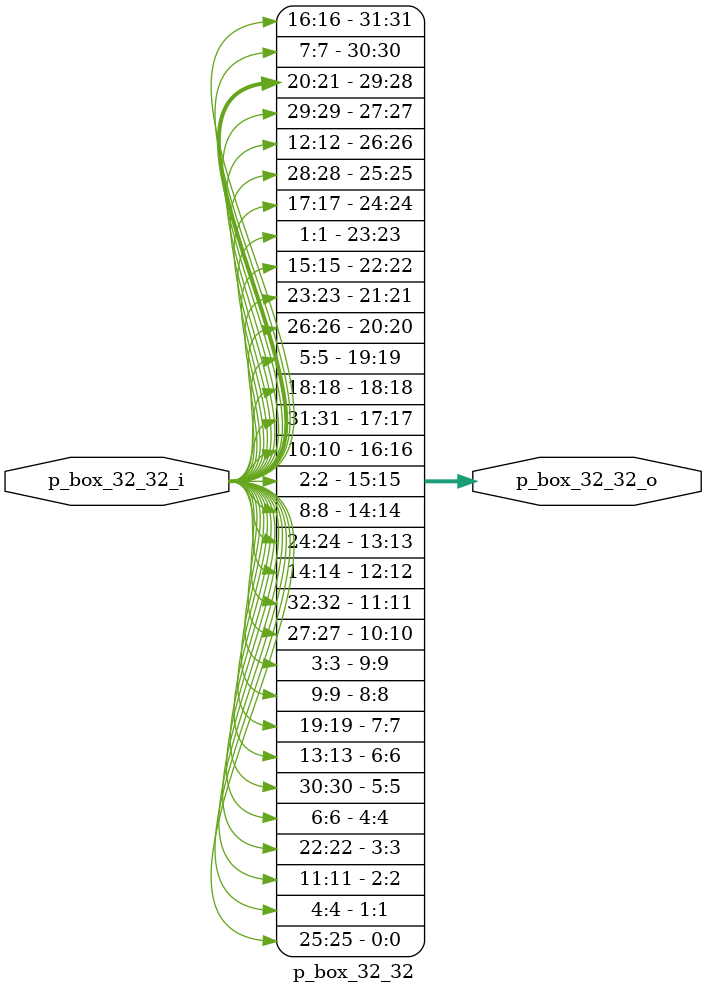
<source format=v>
module p_box_32_32 (
    input [1:32] p_box_32_32_i,
    output [1:32] p_box_32_32_o 
);
    assign p_box_32_32_o[1] = p_box_32_32_i[16];
    assign p_box_32_32_o[2] = p_box_32_32_i[7];
    assign p_box_32_32_o[3] = p_box_32_32_i[20];
    assign p_box_32_32_o[4] = p_box_32_32_i[21];
    assign p_box_32_32_o[5] = p_box_32_32_i[29];
    assign p_box_32_32_o[6] = p_box_32_32_i[12];
    assign p_box_32_32_o[7] = p_box_32_32_i[28];
    assign p_box_32_32_o[8] = p_box_32_32_i[17];
    assign p_box_32_32_o[9] = p_box_32_32_i[1];
    assign p_box_32_32_o[10] = p_box_32_32_i[15];
    assign p_box_32_32_o[11] = p_box_32_32_i[23];
    assign p_box_32_32_o[12] = p_box_32_32_i[26];
    assign p_box_32_32_o[13] = p_box_32_32_i[5];
    assign p_box_32_32_o[14] = p_box_32_32_i[18];
    assign p_box_32_32_o[15] = p_box_32_32_i[31];
    assign p_box_32_32_o[16] = p_box_32_32_i[10];
    assign p_box_32_32_o[17] = p_box_32_32_i[2];
    assign p_box_32_32_o[18] = p_box_32_32_i[8];
    assign p_box_32_32_o[19] = p_box_32_32_i[24];
    assign p_box_32_32_o[20] = p_box_32_32_i[14];
    assign p_box_32_32_o[21] = p_box_32_32_i[32];
    assign p_box_32_32_o[22] = p_box_32_32_i[27];
    assign p_box_32_32_o[23] = p_box_32_32_i[3];
    assign p_box_32_32_o[24] = p_box_32_32_i[9];
    assign p_box_32_32_o[25] = p_box_32_32_i[19];
    assign p_box_32_32_o[26] = p_box_32_32_i[13];
    assign p_box_32_32_o[27] = p_box_32_32_i[30];
    assign p_box_32_32_o[28] = p_box_32_32_i[6];
    assign p_box_32_32_o[29] = p_box_32_32_i[22];
    assign p_box_32_32_o[30] = p_box_32_32_i[11];
    assign p_box_32_32_o[31] = p_box_32_32_i[4];
    assign p_box_32_32_o[32] = p_box_32_32_i[25];
endmodule

</source>
